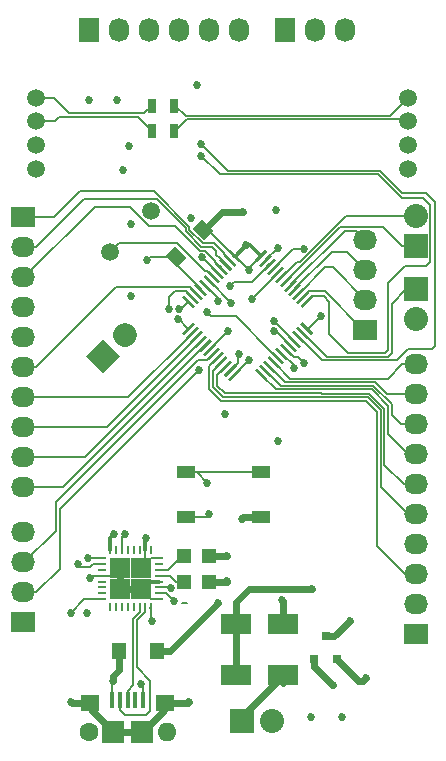
<source format=gbr>
G04 #@! TF.FileFunction,Copper,L1,Top,Signal*
%FSLAX46Y46*%
G04 Gerber Fmt 4.6, Leading zero omitted, Abs format (unit mm)*
G04 Created by KiCad (PCBNEW 4.0.1-2.201512121406+6195~38~ubuntu14.04.1-stable) date Sun 27 Dec 2015 07:04:44 PM CET*
%MOMM*%
G01*
G04 APERTURE LIST*
%ADD10C,0.100000*%
%ADD11R,2.499360X1.800860*%
%ADD12R,1.198880X1.198880*%
%ADD13R,1.150620X1.399540*%
%ADD14R,2.032000X1.727200*%
%ADD15O,2.032000X1.727200*%
%ADD16R,2.032000X2.032000*%
%ADD17O,2.032000X2.032000*%
%ADD18R,1.727200X2.032000*%
%ADD19O,1.727200X2.032000*%
%ADD20C,1.500000*%
%ADD21R,0.400000X1.350000*%
%ADD22R,1.600000X1.400000*%
%ADD23R,1.900000X1.900000*%
%ADD24C,1.600000*%
%ADD25O,1.600000X1.600000*%
%ADD26R,0.700000X0.250000*%
%ADD27R,0.250000X0.700000*%
%ADD28R,1.725000X1.725000*%
%ADD29R,0.800100X0.800100*%
%ADD30C,1.501140*%
%ADD31C,2.032000*%
%ADD32R,1.600000X1.000000*%
%ADD33R,0.700000X1.300000*%
%ADD34C,0.685800*%
%ADD35C,0.152400*%
%ADD36C,0.609600*%
%ADD37C,0.304800*%
G04 APERTURE END LIST*
D10*
D11*
X96807020Y-133350000D03*
X100804980Y-133350000D03*
X96807020Y-129032000D03*
X100804980Y-129032000D03*
D12*
X94521020Y-123317000D03*
X92422980Y-123317000D03*
X94521020Y-125476000D03*
X92422980Y-125476000D03*
D10*
G36*
X91599520Y-97072655D02*
X92589145Y-98062280D01*
X91775534Y-98875891D01*
X90785909Y-97886266D01*
X91599520Y-97072655D01*
X91599520Y-97072655D01*
G37*
G36*
X93898466Y-94773709D02*
X94888091Y-95763334D01*
X94074480Y-96576945D01*
X93084855Y-95587320D01*
X93898466Y-94773709D01*
X93898466Y-94773709D01*
G37*
D13*
X90144600Y-131318000D03*
X86893400Y-131318000D03*
D14*
X112014000Y-129921000D03*
D15*
X112014000Y-127381000D03*
X112014000Y-124841000D03*
X112014000Y-122301000D03*
X112014000Y-119761000D03*
X112014000Y-117221000D03*
X112014000Y-114681000D03*
X112014000Y-112141000D03*
X112014000Y-109601000D03*
X112014000Y-107061000D03*
D14*
X78740000Y-94615000D03*
D15*
X78740000Y-97155000D03*
X78740000Y-99695000D03*
X78740000Y-102235000D03*
X78740000Y-104775000D03*
X78740000Y-107315000D03*
X78740000Y-109855000D03*
X78740000Y-112395000D03*
X78740000Y-114935000D03*
X78740000Y-117475000D03*
D14*
X107746800Y-104165400D03*
D15*
X107746800Y-101625400D03*
X107746800Y-99085400D03*
X107746800Y-96545400D03*
D16*
X112014000Y-100711000D03*
D17*
X112014000Y-103251000D03*
D14*
X78740000Y-128905000D03*
D15*
X78740000Y-126365000D03*
X78740000Y-123825000D03*
X78740000Y-121285000D03*
D16*
X112014000Y-97028000D03*
D17*
X112014000Y-94488000D03*
D18*
X84328000Y-78740000D03*
D19*
X86868000Y-78740000D03*
X89408000Y-78740000D03*
X91948000Y-78740000D03*
X94488000Y-78740000D03*
X97028000Y-78740000D03*
D20*
X111379000Y-90501000D03*
X111379000Y-88501000D03*
X111379000Y-86501000D03*
X111379000Y-84501000D03*
X79883000Y-84505000D03*
X79883000Y-86505000D03*
X79883000Y-88505000D03*
X79883000Y-90505000D03*
D18*
X100965000Y-78740000D03*
D19*
X103505000Y-78740000D03*
X106045000Y-78740000D03*
D21*
X86330000Y-135526000D03*
X88280000Y-135526000D03*
X87630000Y-135526000D03*
X86980000Y-135526000D03*
X88930000Y-135526000D03*
D22*
X84430000Y-135726000D03*
X90830000Y-135726000D03*
D23*
X86430000Y-138176000D03*
X88830000Y-138176000D03*
D24*
X84330000Y-138176000D03*
D25*
X90930000Y-138176000D03*
D16*
X97282000Y-137287000D03*
D17*
X99822000Y-137287000D03*
D10*
G36*
X96110621Y-97529111D02*
X96287398Y-97352334D01*
X97206637Y-98271573D01*
X97029860Y-98448350D01*
X96110621Y-97529111D01*
X96110621Y-97529111D01*
G37*
G36*
X95757068Y-97882664D02*
X95933845Y-97705887D01*
X96853084Y-98625126D01*
X96676307Y-98801903D01*
X95757068Y-97882664D01*
X95757068Y-97882664D01*
G37*
G36*
X95403514Y-98236218D02*
X95580291Y-98059441D01*
X96499530Y-98978680D01*
X96322753Y-99155457D01*
X95403514Y-98236218D01*
X95403514Y-98236218D01*
G37*
G36*
X95049961Y-98589771D02*
X95226738Y-98412994D01*
X96145977Y-99332233D01*
X95969200Y-99509010D01*
X95049961Y-98589771D01*
X95049961Y-98589771D01*
G37*
G36*
X94696408Y-98943324D02*
X94873185Y-98766547D01*
X95792424Y-99685786D01*
X95615647Y-99862563D01*
X94696408Y-98943324D01*
X94696408Y-98943324D01*
G37*
G36*
X94342854Y-99296878D02*
X94519631Y-99120101D01*
X95438870Y-100039340D01*
X95262093Y-100216117D01*
X94342854Y-99296878D01*
X94342854Y-99296878D01*
G37*
G36*
X93989301Y-99650431D02*
X94166078Y-99473654D01*
X95085317Y-100392893D01*
X94908540Y-100569670D01*
X93989301Y-99650431D01*
X93989301Y-99650431D01*
G37*
G36*
X93635747Y-100003985D02*
X93812524Y-99827208D01*
X94731763Y-100746447D01*
X94554986Y-100923224D01*
X93635747Y-100003985D01*
X93635747Y-100003985D01*
G37*
G36*
X93282194Y-100357538D02*
X93458971Y-100180761D01*
X94378210Y-101100000D01*
X94201433Y-101276777D01*
X93282194Y-100357538D01*
X93282194Y-100357538D01*
G37*
G36*
X92928641Y-100711091D02*
X93105418Y-100534314D01*
X94024657Y-101453553D01*
X93847880Y-101630330D01*
X92928641Y-100711091D01*
X92928641Y-100711091D01*
G37*
G36*
X92575087Y-101064645D02*
X92751864Y-100887868D01*
X93671103Y-101807107D01*
X93494326Y-101983884D01*
X92575087Y-101064645D01*
X92575087Y-101064645D01*
G37*
G36*
X92221534Y-101418198D02*
X92398311Y-101241421D01*
X93317550Y-102160660D01*
X93140773Y-102337437D01*
X92221534Y-101418198D01*
X92221534Y-101418198D01*
G37*
G36*
X92398311Y-104600179D02*
X92221534Y-104423402D01*
X93140773Y-103504163D01*
X93317550Y-103680940D01*
X92398311Y-104600179D01*
X92398311Y-104600179D01*
G37*
G36*
X92751864Y-104953732D02*
X92575087Y-104776955D01*
X93494326Y-103857716D01*
X93671103Y-104034493D01*
X92751864Y-104953732D01*
X92751864Y-104953732D01*
G37*
G36*
X93105418Y-105307286D02*
X92928641Y-105130509D01*
X93847880Y-104211270D01*
X94024657Y-104388047D01*
X93105418Y-105307286D01*
X93105418Y-105307286D01*
G37*
G36*
X93458971Y-105660839D02*
X93282194Y-105484062D01*
X94201433Y-104564823D01*
X94378210Y-104741600D01*
X93458971Y-105660839D01*
X93458971Y-105660839D01*
G37*
G36*
X93812524Y-106014392D02*
X93635747Y-105837615D01*
X94554986Y-104918376D01*
X94731763Y-105095153D01*
X93812524Y-106014392D01*
X93812524Y-106014392D01*
G37*
G36*
X94166078Y-106367946D02*
X93989301Y-106191169D01*
X94908540Y-105271930D01*
X95085317Y-105448707D01*
X94166078Y-106367946D01*
X94166078Y-106367946D01*
G37*
G36*
X94519631Y-106721499D02*
X94342854Y-106544722D01*
X95262093Y-105625483D01*
X95438870Y-105802260D01*
X94519631Y-106721499D01*
X94519631Y-106721499D01*
G37*
G36*
X94873185Y-107075053D02*
X94696408Y-106898276D01*
X95615647Y-105979037D01*
X95792424Y-106155814D01*
X94873185Y-107075053D01*
X94873185Y-107075053D01*
G37*
G36*
X95226738Y-107428606D02*
X95049961Y-107251829D01*
X95969200Y-106332590D01*
X96145977Y-106509367D01*
X95226738Y-107428606D01*
X95226738Y-107428606D01*
G37*
G36*
X95580291Y-107782159D02*
X95403514Y-107605382D01*
X96322753Y-106686143D01*
X96499530Y-106862920D01*
X95580291Y-107782159D01*
X95580291Y-107782159D01*
G37*
G36*
X95933845Y-108135713D02*
X95757068Y-107958936D01*
X96676307Y-107039697D01*
X96853084Y-107216474D01*
X95933845Y-108135713D01*
X95933845Y-108135713D01*
G37*
G36*
X96287398Y-108489266D02*
X96110621Y-108312489D01*
X97029860Y-107393250D01*
X97206637Y-107570027D01*
X96287398Y-108489266D01*
X96287398Y-108489266D01*
G37*
G36*
X98373363Y-107570027D02*
X98550140Y-107393250D01*
X99469379Y-108312489D01*
X99292602Y-108489266D01*
X98373363Y-107570027D01*
X98373363Y-107570027D01*
G37*
G36*
X98726916Y-107216474D02*
X98903693Y-107039697D01*
X99822932Y-107958936D01*
X99646155Y-108135713D01*
X98726916Y-107216474D01*
X98726916Y-107216474D01*
G37*
G36*
X99080470Y-106862920D02*
X99257247Y-106686143D01*
X100176486Y-107605382D01*
X99999709Y-107782159D01*
X99080470Y-106862920D01*
X99080470Y-106862920D01*
G37*
G36*
X99434023Y-106509367D02*
X99610800Y-106332590D01*
X100530039Y-107251829D01*
X100353262Y-107428606D01*
X99434023Y-106509367D01*
X99434023Y-106509367D01*
G37*
G36*
X99787576Y-106155814D02*
X99964353Y-105979037D01*
X100883592Y-106898276D01*
X100706815Y-107075053D01*
X99787576Y-106155814D01*
X99787576Y-106155814D01*
G37*
G36*
X100141130Y-105802260D02*
X100317907Y-105625483D01*
X101237146Y-106544722D01*
X101060369Y-106721499D01*
X100141130Y-105802260D01*
X100141130Y-105802260D01*
G37*
G36*
X100494683Y-105448707D02*
X100671460Y-105271930D01*
X101590699Y-106191169D01*
X101413922Y-106367946D01*
X100494683Y-105448707D01*
X100494683Y-105448707D01*
G37*
G36*
X100848237Y-105095153D02*
X101025014Y-104918376D01*
X101944253Y-105837615D01*
X101767476Y-106014392D01*
X100848237Y-105095153D01*
X100848237Y-105095153D01*
G37*
G36*
X101201790Y-104741600D02*
X101378567Y-104564823D01*
X102297806Y-105484062D01*
X102121029Y-105660839D01*
X101201790Y-104741600D01*
X101201790Y-104741600D01*
G37*
G36*
X101555343Y-104388047D02*
X101732120Y-104211270D01*
X102651359Y-105130509D01*
X102474582Y-105307286D01*
X101555343Y-104388047D01*
X101555343Y-104388047D01*
G37*
G36*
X101908897Y-104034493D02*
X102085674Y-103857716D01*
X103004913Y-104776955D01*
X102828136Y-104953732D01*
X101908897Y-104034493D01*
X101908897Y-104034493D01*
G37*
G36*
X102262450Y-103680940D02*
X102439227Y-103504163D01*
X103358466Y-104423402D01*
X103181689Y-104600179D01*
X102262450Y-103680940D01*
X102262450Y-103680940D01*
G37*
G36*
X102439227Y-102337437D02*
X102262450Y-102160660D01*
X103181689Y-101241421D01*
X103358466Y-101418198D01*
X102439227Y-102337437D01*
X102439227Y-102337437D01*
G37*
G36*
X102085674Y-101983884D02*
X101908897Y-101807107D01*
X102828136Y-100887868D01*
X103004913Y-101064645D01*
X102085674Y-101983884D01*
X102085674Y-101983884D01*
G37*
G36*
X101732120Y-101630330D02*
X101555343Y-101453553D01*
X102474582Y-100534314D01*
X102651359Y-100711091D01*
X101732120Y-101630330D01*
X101732120Y-101630330D01*
G37*
G36*
X101378567Y-101276777D02*
X101201790Y-101100000D01*
X102121029Y-100180761D01*
X102297806Y-100357538D01*
X101378567Y-101276777D01*
X101378567Y-101276777D01*
G37*
G36*
X101025014Y-100923224D02*
X100848237Y-100746447D01*
X101767476Y-99827208D01*
X101944253Y-100003985D01*
X101025014Y-100923224D01*
X101025014Y-100923224D01*
G37*
G36*
X100671460Y-100569670D02*
X100494683Y-100392893D01*
X101413922Y-99473654D01*
X101590699Y-99650431D01*
X100671460Y-100569670D01*
X100671460Y-100569670D01*
G37*
G36*
X100317907Y-100216117D02*
X100141130Y-100039340D01*
X101060369Y-99120101D01*
X101237146Y-99296878D01*
X100317907Y-100216117D01*
X100317907Y-100216117D01*
G37*
G36*
X99964353Y-99862563D02*
X99787576Y-99685786D01*
X100706815Y-98766547D01*
X100883592Y-98943324D01*
X99964353Y-99862563D01*
X99964353Y-99862563D01*
G37*
G36*
X99610800Y-99509010D02*
X99434023Y-99332233D01*
X100353262Y-98412994D01*
X100530039Y-98589771D01*
X99610800Y-99509010D01*
X99610800Y-99509010D01*
G37*
G36*
X99257247Y-99155457D02*
X99080470Y-98978680D01*
X99999709Y-98059441D01*
X100176486Y-98236218D01*
X99257247Y-99155457D01*
X99257247Y-99155457D01*
G37*
G36*
X98903693Y-98801903D02*
X98726916Y-98625126D01*
X99646155Y-97705887D01*
X99822932Y-97882664D01*
X98903693Y-98801903D01*
X98903693Y-98801903D01*
G37*
G36*
X98550140Y-98448350D02*
X98373363Y-98271573D01*
X99292602Y-97352334D01*
X99469379Y-97529111D01*
X98550140Y-98448350D01*
X98550140Y-98448350D01*
G37*
D26*
X85484000Y-123472000D03*
X85484000Y-123972000D03*
X85484000Y-124472000D03*
X85484000Y-124972000D03*
X85484000Y-125472000D03*
X85484000Y-125972000D03*
X85484000Y-126472000D03*
X85484000Y-126972000D03*
D27*
X86134000Y-127622000D03*
X86634000Y-127622000D03*
X87134000Y-127622000D03*
X87634000Y-127622000D03*
X88134000Y-127622000D03*
X88634000Y-127622000D03*
X89134000Y-127622000D03*
X89634000Y-127622000D03*
D26*
X90284000Y-126972000D03*
X90284000Y-126472000D03*
X90284000Y-125972000D03*
X90284000Y-125472000D03*
X90284000Y-124972000D03*
X90284000Y-124472000D03*
X90284000Y-123972000D03*
X90284000Y-123472000D03*
D27*
X89634000Y-122822000D03*
X89134000Y-122822000D03*
X88634000Y-122822000D03*
X88134000Y-122822000D03*
X87634000Y-122822000D03*
X87134000Y-122822000D03*
X86634000Y-122822000D03*
X86134000Y-122822000D03*
D28*
X88746500Y-126084500D03*
X88746500Y-124359500D03*
X87021500Y-126084500D03*
X87021500Y-124359500D03*
D29*
X103444000Y-132064760D03*
X105344000Y-132064760D03*
X104394000Y-130065780D03*
D30*
X89610005Y-94082795D03*
X86157995Y-97534805D03*
D10*
G36*
X87009441Y-106349800D02*
X85572600Y-107786641D01*
X84135759Y-106349800D01*
X85572600Y-104912959D01*
X87009441Y-106349800D01*
X87009441Y-106349800D01*
G37*
D31*
X87368651Y-104553749D02*
X87368651Y-104553749D01*
D32*
X92558000Y-116210000D03*
X98958000Y-116210000D03*
X92558000Y-120010000D03*
X98958000Y-120010000D03*
D33*
X89677200Y-87325200D03*
X91577200Y-87325200D03*
X89677200Y-85166200D03*
X91577200Y-85166200D03*
D34*
X89281000Y-98221800D03*
X86741000Y-84709000D03*
X87198200Y-90601800D03*
X105003600Y-134264400D03*
X84455000Y-125171200D03*
X97028000Y-106222800D03*
X87884000Y-101286492D03*
X95275400Y-101676200D03*
X100177600Y-94005400D03*
X92979107Y-94672303D03*
X97282000Y-120142000D03*
X103124000Y-136906000D03*
X94488000Y-119761000D03*
X100330000Y-113588800D03*
X87884000Y-95173800D03*
X100330000Y-97205800D03*
X89154000Y-121793000D03*
X84201000Y-128143000D03*
X88773000Y-134112000D03*
X82804000Y-135636000D03*
X92837000Y-135636000D03*
X93929200Y-98018600D03*
X96418400Y-101879400D03*
X94361000Y-117094000D03*
X86360000Y-133858000D03*
X89687400Y-128803400D03*
X103251000Y-126111000D03*
X106426000Y-128778000D03*
X93472000Y-83439000D03*
X84328000Y-84709000D03*
X87731600Y-88595200D03*
X97663000Y-97002600D03*
X95859600Y-111252000D03*
X97866200Y-99085400D03*
X97891600Y-106705400D03*
X105791000Y-136906000D03*
X107823000Y-133604000D03*
X97409000Y-94157800D03*
X96037400Y-123317000D03*
X96062800Y-125450600D03*
X101701600Y-107391200D03*
X102539800Y-106984800D03*
X102540060Y-97284977D03*
X96291400Y-100431600D03*
X94386400Y-102616000D03*
X91105819Y-102429532D03*
X96113600Y-104267000D03*
X93700600Y-107518200D03*
X93853000Y-89408000D03*
X93853000Y-88392000D03*
X100050600Y-104241600D03*
X100025200Y-103378000D03*
X98120200Y-101523800D03*
X91567000Y-127127000D03*
X92005848Y-102429532D03*
X87376000Y-121412000D03*
X91866663Y-103256107D03*
X83439000Y-123952000D03*
X86487000Y-121412000D03*
X82804000Y-128143000D03*
X84251800Y-123444000D03*
X100711000Y-127000000D03*
X91313000Y-125984000D03*
X95250000Y-127254000D03*
X103987600Y-102946200D03*
D35*
X92676980Y-127254000D02*
X92202000Y-127254000D01*
X91687527Y-97974273D02*
X89528527Y-97974273D01*
X89528527Y-97974273D02*
X89281000Y-98221800D01*
X91687527Y-97974273D02*
X91687527Y-98586094D01*
X91687527Y-98586094D02*
X93830202Y-100728769D01*
D36*
X103444000Y-132064760D02*
X103444000Y-132704800D01*
X103444000Y-132704800D02*
X105003600Y-134264400D01*
X87021500Y-126084500D02*
X87021500Y-124359500D01*
X87021500Y-126084500D02*
X88746500Y-126084500D01*
D35*
X85484000Y-124972000D02*
X84654200Y-124972000D01*
X84654200Y-124972000D02*
X84455000Y-125171200D01*
X85484000Y-124972000D02*
X86409000Y-124972000D01*
X86409000Y-124972000D02*
X87021500Y-124359500D01*
X96951800Y-106940981D02*
X96305076Y-107587705D01*
X96951800Y-106299000D02*
X96951800Y-106940981D01*
X97028000Y-106222800D02*
X96951800Y-106299000D01*
X96305076Y-107529924D02*
X96305076Y-107587705D01*
X96305076Y-107587705D02*
X96305076Y-107580724D01*
X94183755Y-100375216D02*
X94203016Y-100375216D01*
X94203016Y-100375216D02*
X95275400Y-101447600D01*
X95275400Y-101447600D02*
X95275400Y-101676200D01*
D36*
X98958000Y-120010000D02*
X97414000Y-120010000D01*
X97414000Y-120010000D02*
X97282000Y-120142000D01*
D35*
X92558000Y-120010000D02*
X94239000Y-120010000D01*
X94239000Y-120010000D02*
X94488000Y-119761000D01*
X99274924Y-98253895D02*
X99281905Y-98253895D01*
X99281905Y-98253895D02*
X100330000Y-97205800D01*
D37*
X89134000Y-122822000D02*
X89134000Y-121813000D01*
X89134000Y-121813000D02*
X89154000Y-121793000D01*
X90284000Y-125472000D02*
X89359000Y-125472000D01*
X89359000Y-125472000D02*
X88746500Y-126084500D01*
D35*
X88930000Y-135526000D02*
X88930000Y-134269000D01*
X88930000Y-134269000D02*
X88773000Y-134112000D01*
D36*
X84430000Y-135726000D02*
X82894000Y-135726000D01*
X82894000Y-135726000D02*
X82804000Y-135636000D01*
X90830000Y-135726000D02*
X92747000Y-135726000D01*
X92747000Y-135726000D02*
X92837000Y-135636000D01*
D37*
X90630000Y-135526000D02*
X90830000Y-135726000D01*
D36*
X88830000Y-138176000D02*
X88900000Y-138176000D01*
X88900000Y-138176000D02*
X90830000Y-136246000D01*
X90830000Y-136246000D02*
X90830000Y-135726000D01*
X86430000Y-138176000D02*
X88830000Y-138176000D01*
X84430000Y-135726000D02*
X84430000Y-136176000D01*
X84430000Y-136176000D02*
X86430000Y-138176000D01*
D35*
X90284000Y-126972000D02*
X89634000Y-126972000D01*
X89634000Y-126972000D02*
X88746500Y-126084500D01*
X86409000Y-124972000D02*
X87021500Y-124359500D01*
X89134000Y-122822000D02*
X89134000Y-123972000D01*
X89134000Y-123972000D02*
X88746500Y-124359500D01*
X90284000Y-123472000D02*
X89634000Y-123472000D01*
X89634000Y-123472000D02*
X88746500Y-124359500D01*
X93929200Y-98018600D02*
X94945200Y-99034600D01*
X86908564Y-96784236D02*
X91849014Y-96784236D01*
X86157995Y-97534805D02*
X86908564Y-96784236D01*
X94202558Y-99137780D02*
X94360533Y-99137780D01*
X91849014Y-96784236D02*
X94202558Y-99137780D01*
X94360533Y-99137780D02*
X94890862Y-99668109D01*
X96418400Y-101879400D02*
X94560662Y-100021662D01*
X94560662Y-100021662D02*
X94537309Y-100021662D01*
X94537309Y-100049109D02*
X94537309Y-100021662D01*
X93477000Y-116210000D02*
X92558000Y-116210000D01*
X94361000Y-117094000D02*
X93477000Y-116210000D01*
X92558000Y-116210000D02*
X98958000Y-116210000D01*
D36*
X86360000Y-133858000D02*
X86360000Y-133477000D01*
X86893400Y-132943600D02*
X86893400Y-131318000D01*
X86360000Y-133477000D02*
X86893400Y-132943600D01*
D35*
X86330000Y-133888000D02*
X86330000Y-135526000D01*
X86360000Y-133858000D02*
X86330000Y-133888000D01*
X89687400Y-128803400D02*
X89634000Y-128750000D01*
X89634000Y-128750000D02*
X89634000Y-127622000D01*
X89535000Y-127721000D02*
X89634000Y-127622000D01*
D36*
X96807020Y-129032000D02*
X96807020Y-127220980D01*
X97917000Y-126111000D02*
X103251000Y-126111000D01*
X96807020Y-127220980D02*
X97917000Y-126111000D01*
X104394000Y-130065780D02*
X105138220Y-130065780D01*
X105138220Y-130065780D02*
X106426000Y-128778000D01*
X96807020Y-129032000D02*
X96807020Y-129573020D01*
X96807020Y-133350000D02*
X96807020Y-129032000D01*
D37*
X97663000Y-97002600D02*
X98023629Y-97002600D01*
X96765258Y-97900342D02*
X97663000Y-97002600D01*
X98023629Y-97002600D02*
X98921371Y-97900342D01*
X96658629Y-97900342D02*
X96765258Y-97900342D01*
D35*
X97866200Y-99085400D02*
X97866200Y-98955513D01*
X97866200Y-98955513D02*
X98921371Y-97900342D01*
X96681142Y-97900342D02*
X97866200Y-99085400D01*
X96658629Y-97900342D02*
X96681142Y-97900342D01*
X98921371Y-97900342D02*
X98898858Y-97900342D01*
X97891600Y-106705400D02*
X96658629Y-107938371D01*
X96658629Y-107938371D02*
X96658629Y-107941258D01*
D36*
X107823000Y-133604000D02*
X107569000Y-133858000D01*
X107569000Y-133858000D02*
X107137240Y-133858000D01*
X107137240Y-133858000D02*
X105344000Y-132064760D01*
X93986473Y-95675327D02*
X94113473Y-95675327D01*
X94113473Y-95675327D02*
X95631000Y-94157800D01*
X95631000Y-94157800D02*
X97409000Y-94157800D01*
D35*
X96658629Y-107941258D02*
X96658629Y-107989171D01*
X93986473Y-95675327D02*
X94433614Y-95675327D01*
X94433614Y-95675327D02*
X96658629Y-97900342D01*
D36*
X97282000Y-137287000D02*
X97282000Y-136906000D01*
X97282000Y-136906000D02*
X100804980Y-133383020D01*
X100804980Y-133383020D02*
X100804980Y-133350000D01*
X100804980Y-133350000D02*
X100804980Y-134018020D01*
X94521020Y-123317000D02*
X96037400Y-123317000D01*
D35*
X92422980Y-123317000D02*
X92202000Y-123317000D01*
X92202000Y-123317000D02*
X91047000Y-124472000D01*
X91047000Y-124472000D02*
X90284000Y-124472000D01*
D36*
X94521020Y-125476000D02*
X96037400Y-125476000D01*
X96037400Y-125476000D02*
X96062800Y-125450600D01*
D35*
X92422980Y-125476000D02*
X91694000Y-125476000D01*
X91190000Y-124972000D02*
X90284000Y-124972000D01*
X91694000Y-125476000D02*
X91190000Y-124972000D01*
X101701600Y-107391200D02*
X101676200Y-107365800D01*
X101676200Y-107365800D02*
X101676200Y-107160553D01*
X101676200Y-107160553D02*
X100689138Y-106173491D01*
X102539800Y-106984800D02*
X102031800Y-106476800D01*
X102031800Y-106476800D02*
X101699553Y-106476800D01*
X101699553Y-106476800D02*
X101042691Y-105819938D01*
X101042691Y-105819938D02*
X101042691Y-105894091D01*
X112014000Y-124841000D02*
X111125000Y-124841000D01*
X111125000Y-124841000D02*
X108737400Y-122453400D01*
X94513400Y-107258061D02*
X95244416Y-106527045D01*
X94513400Y-109169200D02*
X94513400Y-107258061D01*
X95529400Y-110185200D02*
X94513400Y-109169200D01*
X104394000Y-110185200D02*
X95529400Y-110185200D01*
X107848400Y-110185200D02*
X104394000Y-110185200D01*
X108737400Y-111074200D02*
X107848400Y-110185200D01*
X108737400Y-122453400D02*
X108737400Y-111074200D01*
X112014000Y-124841000D02*
X111633000Y-124841000D01*
X99982031Y-98961002D02*
X101658056Y-97284977D01*
X101658056Y-97284977D02*
X102055127Y-97284977D01*
X102055127Y-97284977D02*
X102540060Y-97284977D01*
X112014000Y-119761000D02*
X111379002Y-119761000D01*
X111379002Y-119761000D02*
X109067600Y-117449598D01*
X94843600Y-107634967D02*
X95597969Y-106880598D01*
X94843600Y-109016800D02*
X94843600Y-107634967D01*
X95681800Y-109855000D02*
X94843600Y-109016800D01*
X104267000Y-109855000D02*
X95681800Y-109855000D01*
X107975400Y-109855000D02*
X104267000Y-109855000D01*
X109067600Y-110947200D02*
X107975400Y-109855000D01*
X109067600Y-117449598D02*
X109067600Y-110947200D01*
X112014000Y-119761000D02*
X112014000Y-119329200D01*
X112014000Y-117221000D02*
X110998002Y-117221000D01*
X110998002Y-117221000D02*
X109372402Y-115595400D01*
X104089200Y-109550198D02*
X104089200Y-109524800D01*
X108102398Y-109550198D02*
X104089200Y-109550198D01*
X109372402Y-110820202D02*
X108102398Y-109550198D01*
X109372402Y-115595400D02*
X109372402Y-110820202D01*
X112014000Y-117221000D02*
X111963200Y-117221000D01*
X104089200Y-109524800D02*
X104089200Y-109524800D01*
X104089200Y-109524800D02*
X95834200Y-109524800D01*
X95834200Y-109524800D02*
X95224600Y-108915200D01*
X95224600Y-108915200D02*
X95224600Y-107961073D01*
X95224600Y-107961073D02*
X95951522Y-107234151D01*
X112014000Y-114681000D02*
X111379004Y-114681000D01*
X111379004Y-114681000D02*
X109677204Y-112979200D01*
X108305600Y-109194600D02*
X100174713Y-109194600D01*
X109677204Y-110566204D02*
X108305600Y-109194600D01*
X109677204Y-112979200D02*
X109677204Y-110566204D01*
X112014000Y-114681000D02*
X111175804Y-114681000D01*
X112014000Y-114681000D02*
X111455200Y-114681000D01*
X100174715Y-109194602D02*
X100174713Y-109194600D01*
X100174713Y-109194600D02*
X98921371Y-107941258D01*
X112014000Y-112141000D02*
X110744006Y-112141000D01*
X100577017Y-108889798D02*
X99274924Y-107587705D01*
X108431854Y-108889798D02*
X100577017Y-108889798D01*
X109982006Y-110439950D02*
X108431854Y-108889798D01*
X109982006Y-111379000D02*
X109982006Y-110439950D01*
X110744006Y-112141000D02*
X109982006Y-111379000D01*
X112014000Y-112141000D02*
X111201200Y-112141000D01*
X112014000Y-109601000D02*
X109574112Y-109601000D01*
X100979323Y-108584996D02*
X99628478Y-107234151D01*
X108558108Y-108584996D02*
X100979323Y-108584996D01*
X109574112Y-109601000D02*
X108558108Y-108584996D01*
X112014000Y-107061000D02*
X110896400Y-107061000D01*
X101381627Y-108280194D02*
X99982031Y-106880598D01*
X109677206Y-108280194D02*
X101381627Y-108280194D01*
X110896400Y-107061000D02*
X109677206Y-108280194D01*
X95774747Y-97648924D02*
X95774747Y-97723566D01*
X78740000Y-94615000D02*
X81407733Y-94615000D01*
X89864467Y-92430600D02*
X92856245Y-95422377D01*
X93979785Y-96805555D02*
X94931378Y-96805555D01*
X83592133Y-92430600D02*
X89864467Y-92430600D01*
X92856245Y-95682015D02*
X93979785Y-96805555D01*
X94931378Y-96805555D02*
X95774747Y-97648924D01*
X92856245Y-95422377D02*
X92856245Y-95682015D01*
X95774747Y-97723566D02*
X96305076Y-98253895D01*
X81407733Y-94615000D02*
X83592133Y-92430600D01*
X83959776Y-93103624D02*
X90106424Y-93103624D01*
X90106424Y-93103624D02*
X92551434Y-95548633D01*
X93853529Y-97110366D02*
X94805122Y-97110366D01*
X79908400Y-97155000D02*
X83959776Y-93103624D01*
X78740000Y-97155000D02*
X79908400Y-97155000D01*
X92551434Y-95548633D02*
X92551434Y-95808271D01*
X95135723Y-97440967D02*
X95135723Y-97791650D01*
X92551434Y-95808271D02*
X93853529Y-97110366D01*
X95421193Y-98077120D02*
X95951522Y-98607449D01*
X95135723Y-97791650D02*
X95421193Y-98077120D01*
X94805122Y-97110366D02*
X95135723Y-97440967D01*
X95067640Y-98311218D02*
X95067640Y-98430673D01*
X93759195Y-97447099D02*
X94203521Y-97447099D01*
X95067640Y-98430673D02*
X95597969Y-98961002D01*
X94203521Y-97447099D02*
X95067640Y-98311218D01*
X91642060Y-95329964D02*
X93759195Y-97447099D01*
X89408000Y-95329964D02*
X91642060Y-95329964D01*
X78892400Y-99695000D02*
X84861400Y-93726000D01*
X87804036Y-93726000D02*
X89408000Y-95329964D01*
X84861400Y-93726000D02*
X87804036Y-93726000D01*
X78740000Y-99695000D02*
X78892400Y-99695000D01*
X96291400Y-100431600D02*
X96634299Y-100088701D01*
X96634299Y-100088701D02*
X98147226Y-100088701D01*
X98147226Y-100088701D02*
X99098149Y-99137778D01*
X99098149Y-99137778D02*
X99628478Y-98607449D01*
X94386400Y-102616000D02*
X94729299Y-102958899D01*
X94729299Y-102958899D02*
X96767438Y-102958899D01*
X99805255Y-105996716D02*
X100335584Y-106527045D01*
X96767438Y-102958899D02*
X99805255Y-105996716D01*
X78740000Y-107315000D02*
X79908400Y-107315000D01*
X79908400Y-107315000D02*
X86671407Y-100551993D01*
X86671407Y-100551993D02*
X92946320Y-100551993D01*
X92946320Y-100551993D02*
X93476649Y-101082322D01*
X78740000Y-109855000D02*
X87673819Y-109855000D01*
X87673819Y-109855000D02*
X93123095Y-104405724D01*
X78740000Y-112395000D02*
X85840927Y-112395000D01*
X85840927Y-112395000D02*
X93476649Y-104759278D01*
X78740000Y-114935000D02*
X84008033Y-114935000D01*
X84008033Y-114935000D02*
X93830202Y-105112831D01*
X78740000Y-117475000D02*
X82175139Y-117475000D01*
X82175139Y-117475000D02*
X94183755Y-105466384D01*
X107746800Y-104165400D02*
X107594400Y-104165400D01*
X107594400Y-104165400D02*
X104334547Y-100905547D01*
X104334547Y-100905547D02*
X102987234Y-100905547D01*
X102987234Y-100905547D02*
X102456905Y-101435876D01*
X102103351Y-101082322D02*
X102117678Y-101082322D01*
X102117678Y-101082322D02*
X104343200Y-98856800D01*
X104343200Y-98856800D02*
X104978200Y-98856800D01*
X104978200Y-98856800D02*
X107746800Y-101625400D01*
X112014000Y-100711000D02*
X111201200Y-100711000D01*
X111201200Y-100711000D02*
X109982000Y-101930200D01*
X109982000Y-101930200D02*
X109982000Y-106095798D01*
X109982000Y-106095798D02*
X109651800Y-106425998D01*
X109651800Y-106425998D02*
X104477179Y-106425998D01*
X104477179Y-106425998D02*
X102456905Y-104405724D01*
X91105819Y-101400781D02*
X91105819Y-101944599D01*
X91601053Y-100905547D02*
X91105819Y-101400781D01*
X92592766Y-100905547D02*
X91601053Y-100905547D01*
X93123095Y-101435876D02*
X92592766Y-100905547D01*
X91105819Y-101944599D02*
X91105819Y-102429532D01*
X96113600Y-104267000D02*
X94560662Y-105819938D01*
X94560662Y-105819938D02*
X94537309Y-105819938D01*
X81864200Y-124409200D02*
X81864200Y-119354600D01*
X81864200Y-119354600D02*
X93700600Y-107518200D01*
X78740000Y-126365000D02*
X79908400Y-126365000D01*
X79908400Y-126365000D02*
X81864200Y-124409200D01*
X94360533Y-106703820D02*
X94890862Y-106173491D01*
X93618356Y-106703820D02*
X94360533Y-106703820D01*
X81559389Y-118762787D02*
X93618356Y-106703820D01*
X78892400Y-123825000D02*
X81559389Y-121158011D01*
X78740000Y-123825000D02*
X78892400Y-123825000D01*
X81559389Y-121158011D02*
X81559389Y-118762787D01*
X105611163Y-95453190D02*
X101573020Y-99491333D01*
X109270790Y-95453190D02*
X105611163Y-95453190D01*
X101573020Y-99491333D02*
X101042691Y-100021662D01*
X112014000Y-97028000D02*
X110845600Y-97028000D01*
X110845600Y-97028000D02*
X109270790Y-95453190D01*
X106145287Y-94488000D02*
X102209030Y-98424257D01*
X101932990Y-98424257D02*
X101219467Y-99137780D01*
X101219467Y-99137780D02*
X100689138Y-99668109D01*
X102209030Y-98424257D02*
X101932990Y-98424257D01*
X112014000Y-94488000D02*
X106145287Y-94488000D01*
X113258601Y-98221800D02*
X113258601Y-98226881D01*
X113258601Y-98399599D02*
X112928400Y-98729800D01*
X112928400Y-98729800D02*
X111099600Y-98729800D01*
X111099600Y-98729800D02*
X109651800Y-100177600D01*
X109651800Y-100177600D02*
X109651800Y-105867196D01*
X109651800Y-105867196D02*
X109397800Y-106121196D01*
X109397800Y-106121196D02*
X106298996Y-106121196D01*
X106298996Y-106121196D02*
X104673400Y-104495600D01*
X104673400Y-104495600D02*
X104673400Y-101777800D01*
X104673400Y-101777800D02*
X104216200Y-101320600D01*
X104216200Y-101320600D02*
X103279287Y-101320600D01*
X103279287Y-101320600D02*
X102810458Y-101789429D01*
X113258601Y-98221800D02*
X113258601Y-98399599D01*
X113258601Y-93573601D02*
X113258601Y-98226881D01*
X112649000Y-92964000D02*
X113258601Y-93573601D01*
X110820944Y-92964000D02*
X112649000Y-92964000D01*
X108839746Y-90982802D02*
X110820944Y-92964000D01*
X95427802Y-90982802D02*
X108839746Y-90982802D01*
X93853000Y-89408000D02*
X95427802Y-90982802D01*
X104074873Y-106730800D02*
X102103351Y-104759278D01*
X110439200Y-106730800D02*
X104074873Y-106730800D01*
X111379000Y-105791000D02*
X110439200Y-106730800D01*
X113411000Y-105791000D02*
X111379000Y-105791000D01*
X113665000Y-105537000D02*
X113411000Y-105791000D01*
X113665000Y-93345000D02*
X113665000Y-105537000D01*
X112903000Y-92583000D02*
X113665000Y-93345000D01*
X110871000Y-92583000D02*
X112903000Y-92583000D01*
X108966000Y-90678000D02*
X110871000Y-92583000D01*
X96139000Y-90678000D02*
X108966000Y-90678000D01*
X93853000Y-88392000D02*
X96139000Y-90678000D01*
X91577200Y-87325200D02*
X91643200Y-87325200D01*
X91643200Y-87325200D02*
X92633798Y-86334602D01*
X92633798Y-86334602D02*
X111212602Y-86334602D01*
X111212602Y-86334602D02*
X111379000Y-86501000D01*
X111164400Y-86715600D02*
X111379000Y-86501000D01*
X100196861Y-104267000D02*
X101396245Y-105466384D01*
X100076000Y-104267000D02*
X100196861Y-104267000D01*
X100050600Y-104241600D02*
X100076000Y-104267000D01*
X111238000Y-86360000D02*
X111379000Y-86501000D01*
X91577200Y-85166200D02*
X91668600Y-85166200D01*
X91668600Y-85166200D02*
X92532200Y-86029800D01*
X92532200Y-86029800D02*
X109850200Y-86029800D01*
X109850200Y-86029800D02*
X111379000Y-84501000D01*
X100025200Y-103378000D02*
X101749798Y-105102598D01*
X101749798Y-105102598D02*
X101749798Y-105112831D01*
X98120200Y-101523800D02*
X100329445Y-99314555D01*
X100329445Y-99314555D02*
X100335584Y-99314555D01*
X100329445Y-99314555D02*
X100335584Y-99314555D01*
X88087189Y-134241411D02*
X87630000Y-134698600D01*
X88634000Y-127622000D02*
X88634000Y-128076452D01*
X88634000Y-128076452D02*
X88087189Y-128623263D01*
X87630000Y-134698600D02*
X87630000Y-135526000D01*
X88087189Y-128623263D02*
X88087189Y-134241411D01*
X86980000Y-135526000D02*
X86980000Y-136383000D01*
X88409399Y-128732119D02*
X89134000Y-128007518D01*
X89134000Y-128007518D02*
X89134000Y-127622000D01*
X88409399Y-130302000D02*
X88409399Y-128732119D01*
X88409399Y-130347881D02*
X88409399Y-130302000D01*
X88409399Y-132732399D02*
X88409399Y-130347881D01*
X89535000Y-133858000D02*
X88409399Y-132732399D01*
X89535000Y-136398000D02*
X89535000Y-133858000D01*
X89154000Y-136779000D02*
X89535000Y-136398000D01*
X87376000Y-136779000D02*
X89154000Y-136779000D01*
X86980000Y-136383000D02*
X87376000Y-136779000D01*
X91567000Y-127127000D02*
X90912000Y-126472000D01*
X90912000Y-126472000D02*
X90284000Y-126472000D01*
X92769542Y-101789429D02*
X92129439Y-102429532D01*
X92129439Y-102429532D02*
X92005848Y-102429532D01*
X87134000Y-121654000D02*
X87134000Y-122822000D01*
X87376000Y-121412000D02*
X87134000Y-121654000D01*
X91973478Y-103256107D02*
X91866663Y-103256107D01*
X92769542Y-104052171D02*
X91973478Y-103256107D01*
X92769542Y-104004258D02*
X92769542Y-104052171D01*
X83439000Y-123952000D02*
X83693000Y-124206000D01*
X83693000Y-124206000D02*
X84455000Y-124206000D01*
X84455000Y-124206000D02*
X84689000Y-123972000D01*
X84689000Y-123972000D02*
X85484000Y-123972000D01*
D37*
X86134000Y-121765000D02*
X86134000Y-122822000D01*
X86487000Y-121412000D02*
X86134000Y-121765000D01*
D35*
X83975000Y-126972000D02*
X85484000Y-126972000D01*
X82804000Y-128143000D02*
X83975000Y-126972000D01*
X101749798Y-100728769D02*
X101749798Y-100713602D01*
X101749798Y-100713602D02*
X104902000Y-97561400D01*
X104902000Y-97561400D02*
X106222800Y-97561400D01*
X106222800Y-97561400D02*
X107746800Y-99085400D01*
X101396245Y-100375216D02*
X101402384Y-100375216D01*
X101402384Y-100375216D02*
X105994200Y-95783400D01*
X106984800Y-95783400D02*
X107746800Y-96545400D01*
X105994200Y-95783400D02*
X106984800Y-95783400D01*
X101396245Y-100375216D02*
X101396245Y-100330555D01*
X85484000Y-123472000D02*
X84279800Y-123472000D01*
X84279800Y-123472000D02*
X84251800Y-123444000D01*
D36*
X100804980Y-127093980D02*
X100804980Y-129032000D01*
X100711000Y-127000000D02*
X100804980Y-127093980D01*
X90144600Y-131318000D02*
X91186000Y-131318000D01*
X91186000Y-131318000D02*
X95250000Y-127254000D01*
D35*
X91301000Y-125972000D02*
X90284000Y-125972000D01*
X91313000Y-125984000D02*
X91301000Y-125972000D01*
D36*
X101346000Y-128490980D02*
X100804980Y-129032000D01*
D35*
X79883000Y-84505000D02*
X81355400Y-84505000D01*
X89016800Y-85826600D02*
X89677200Y-85166200D01*
X82677000Y-85826600D02*
X89016800Y-85826600D01*
X81355400Y-84505000D02*
X82677000Y-85826600D01*
X79883000Y-86505000D02*
X81465200Y-86505000D01*
X88483402Y-86131402D02*
X89677200Y-87325200D01*
X81838798Y-86131402D02*
X88483402Y-86131402D01*
X81465200Y-86505000D02*
X81838798Y-86131402D01*
X79883000Y-86505000D02*
X80119000Y-86505000D01*
X103987600Y-102946200D02*
X102881629Y-104052171D01*
X102881629Y-104052171D02*
X102810458Y-104052171D01*
M02*

</source>
